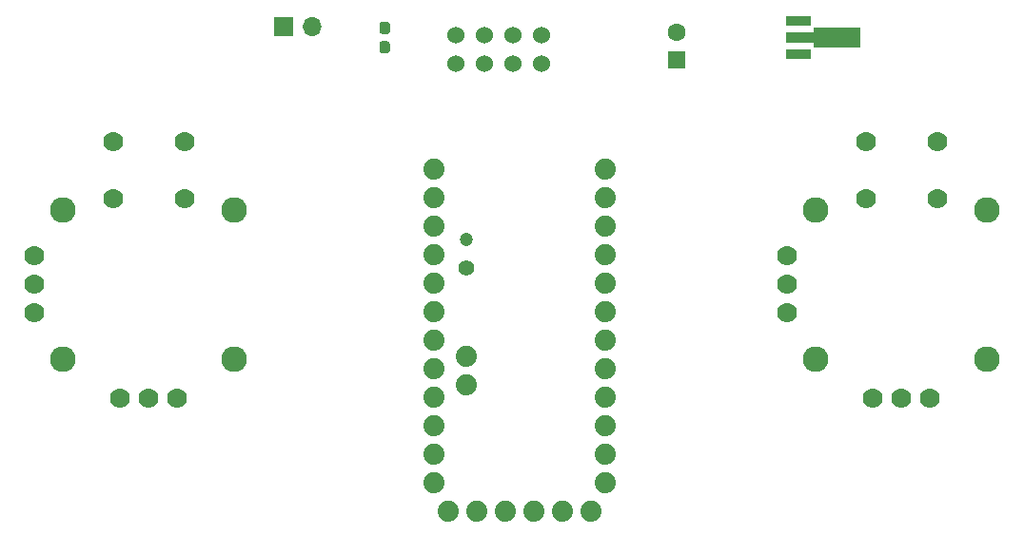
<source format=gbr>
%TF.GenerationSoftware,KiCad,Pcbnew,(5.1.8)-1*%
%TF.CreationDate,2021-02-18T11:59:36+08:00*%
%TF.ProjectId,remoter,72656d6f-7465-4722-9e6b-696361645f70,rev?*%
%TF.SameCoordinates,Original*%
%TF.FileFunction,Soldermask,Top*%
%TF.FilePolarity,Negative*%
%FSLAX46Y46*%
G04 Gerber Fmt 4.6, Leading zero omitted, Abs format (unit mm)*
G04 Created by KiCad (PCBNEW (5.1.8)-1) date 2021-02-18 11:59:36*
%MOMM*%
%LPD*%
G01*
G04 APERTURE LIST*
%ADD10C,1.879600*%
%ADD11C,1.400000*%
%ADD12C,1.200000*%
%ADD13C,0.100000*%
%ADD14R,2.300000X0.900000*%
%ADD15C,1.778000*%
%ADD16C,2.286000*%
%ADD17C,1.524000*%
%ADD18O,1.700000X1.700000*%
%ADD19R,1.700000X1.700000*%
%ADD20C,1.600000*%
%ADD21R,1.600000X1.600000*%
G04 APERTURE END LIST*
D10*
%TO.C,U3*%
X111650000Y-116240000D03*
X114190000Y-116240000D03*
X116730000Y-116240000D03*
X119270000Y-116240000D03*
X121810000Y-116240000D03*
X124350000Y-116240000D03*
X113301000Y-102397000D03*
X113301000Y-104937000D03*
D11*
X113301000Y-94523000D03*
D12*
X113301000Y-91983000D03*
D10*
X110380000Y-113700000D03*
X110380000Y-111160000D03*
X110380000Y-108620000D03*
X110380000Y-106080000D03*
X110380000Y-103540000D03*
X110380000Y-101000000D03*
X110380000Y-98460000D03*
X110380000Y-95920000D03*
X110380000Y-93380000D03*
X110380000Y-90840000D03*
X110380000Y-88300000D03*
X110380000Y-85760000D03*
X125620000Y-85760000D03*
X125620000Y-88300000D03*
X125620000Y-90840000D03*
X125620000Y-93380000D03*
X125620000Y-95920000D03*
X125620000Y-98460000D03*
X125620000Y-101000000D03*
X125620000Y-103540000D03*
X125620000Y-106080000D03*
X125620000Y-108620000D03*
X125620000Y-111160000D03*
X125620000Y-113700000D03*
%TD*%
D13*
%TO.C,U2*%
G36*
X148300000Y-74866500D02*
G01*
X144175000Y-74866500D01*
X144175000Y-74450000D01*
X141700000Y-74450000D01*
X141700000Y-73550000D01*
X144175000Y-73550000D01*
X144175000Y-73133500D01*
X148300000Y-73133500D01*
X148300000Y-74866500D01*
G37*
D14*
X142850000Y-75500000D03*
X142850000Y-72500000D03*
%TD*%
D15*
%TO.C,U5*%
X141840000Y-98540000D03*
X141840000Y-96000000D03*
X141840000Y-93460000D03*
D16*
X159620000Y-89332500D03*
X159620000Y-102667500D03*
X144380000Y-102667500D03*
X144380000Y-89332500D03*
D15*
X154540000Y-106160000D03*
X152000000Y-106160000D03*
X149460000Y-106160000D03*
X155175000Y-88380000D03*
X148825000Y-88380000D03*
X155175000Y-83300000D03*
X148825000Y-83300000D03*
%TD*%
%TO.C,U4*%
X74840000Y-98540000D03*
X74840000Y-96000000D03*
X74840000Y-93460000D03*
D16*
X92620000Y-89332500D03*
X92620000Y-102667500D03*
X77380000Y-102667500D03*
X77380000Y-89332500D03*
D15*
X87540000Y-106160000D03*
X85000000Y-106160000D03*
X82460000Y-106160000D03*
X88175000Y-88380000D03*
X81825000Y-88380000D03*
X88175000Y-83300000D03*
X81825000Y-83300000D03*
%TD*%
D17*
%TO.C,U1*%
X119951100Y-73744500D03*
X119951100Y-76284400D03*
X117411100Y-73744500D03*
X117411100Y-76284400D03*
X114871100Y-73744500D03*
X114871100Y-76284400D03*
X112331100Y-73744500D03*
X112331100Y-76284400D03*
%TD*%
D18*
%TO.C,J1*%
X99540000Y-73000000D03*
D19*
X97000000Y-73000000D03*
%TD*%
D20*
%TO.C,C2*%
X132000000Y-73500000D03*
D21*
X132000000Y-76000000D03*
%TD*%
%TO.C,C1*%
G36*
G01*
X105762500Y-74325000D02*
X106237500Y-74325000D01*
G75*
G02*
X106475000Y-74562500I0J-237500D01*
G01*
X106475000Y-75162500D01*
G75*
G02*
X106237500Y-75400000I-237500J0D01*
G01*
X105762500Y-75400000D01*
G75*
G02*
X105525000Y-75162500I0J237500D01*
G01*
X105525000Y-74562500D01*
G75*
G02*
X105762500Y-74325000I237500J0D01*
G01*
G37*
G36*
G01*
X105762500Y-72600000D02*
X106237500Y-72600000D01*
G75*
G02*
X106475000Y-72837500I0J-237500D01*
G01*
X106475000Y-73437500D01*
G75*
G02*
X106237500Y-73675000I-237500J0D01*
G01*
X105762500Y-73675000D01*
G75*
G02*
X105525000Y-73437500I0J237500D01*
G01*
X105525000Y-72837500D01*
G75*
G02*
X105762500Y-72600000I237500J0D01*
G01*
G37*
%TD*%
M02*

</source>
